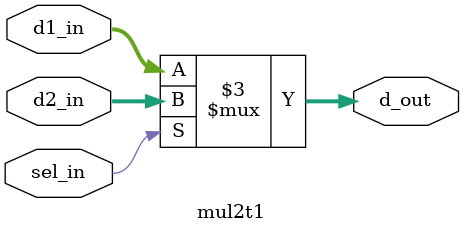
<source format=v>
/************************************************* 
 
Copyright:Call_Me_ZK

File name:mul2t1.v

Author:ZK
 
Date:2020-08-10
 
Description:
	2选1多路选择器
**************************************************/

module mul2t1

	#(parameter data_width = 32)

(d1_in, d2_in, sel_in, d_out);
	
	input [data_width-1:0] d1_in, d2_in;
	input sel_in;  //选择位
	output reg [data_width-1:0] d_out;
	
	always@(d1_in, d2_in, sel_in) begin
		if(sel_in)
			d_out <= d2_in;
		else
			d_out <= d1_in;
	end

endmodule
</source>
